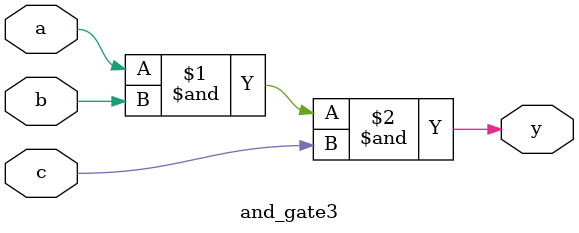
<source format=sv>


module and_gate3 (
	input logic a,
	input logic b,
	input logic c,
	output logic y
);
	
assign y = a & b & c;

endmodule

</source>
